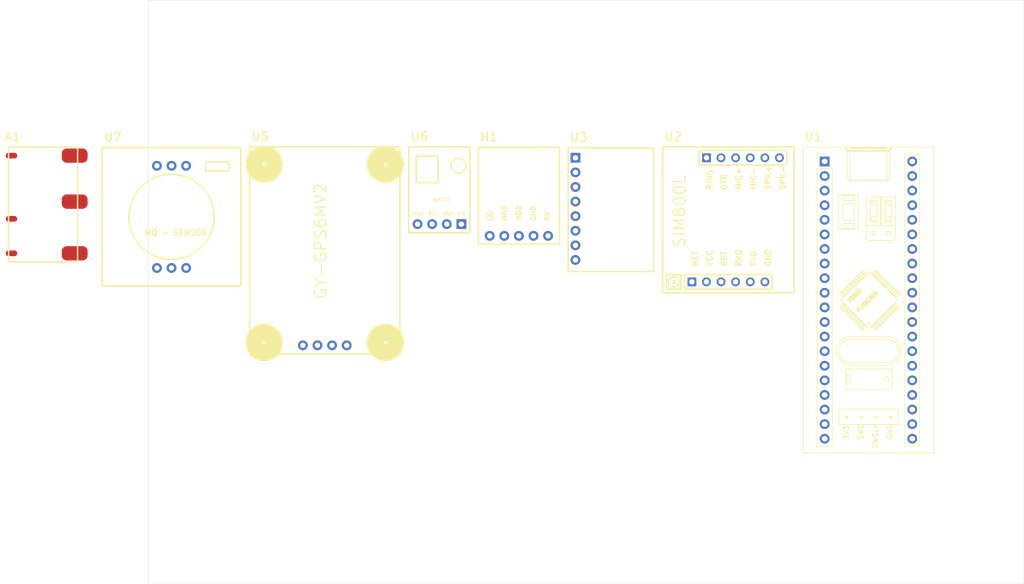
<source format=kicad_pcb>
(kicad_pcb (version 20221018) (generator pcbnew)
  (layers (0 "F.Cu" signal "Top Layer") (31 "B.Cu" signal "Bottom Layer") (34 "B.Paste" user "Bottom Paste") (35 "F.Paste" user "Top Paste") (36 "B.SilkS" user "Bottom Overlay") (37 "F.SilkS" user "Top Overlay") (38 "B.Mask" user "Bottom Solder") (39 "F.Mask" user "Top Solder") (44 "Edge.Cuts" user))
  (net 0 "")
  (footprint "super_met.PcbLib:MICS-6814" (layer "F.Cu") (at 136.8067 88.2396)
    (fp_text reference "H1" (at -6.9215 -9.3345 unlocked) (layer "F.SilkS") (effects (font (size 1.524 1.524) (thickness 0.254)) (justify left bottom)))
    (fp_text value "MICS-6814" hide)
    (fp_text user "NH3" (at -2 4.5 90 unlocked) (layer "F.SilkS") (effects (font (size 0.85001 0.85001) (thickness 0.2032)) (justify left bottom)))
    (fp_text user "NO2" (at 0.5 4.5 90 unlocked) (layer "F.SilkS") (effects (font (size 0.85001 0.85001) (thickness 0.2032)) (justify left bottom)))
    (fp_text user "GND" (at 3 4.5 90 unlocked) (layer "F.SilkS") (effects (font (size 0.85001 0.85001) (thickness 0.2032)) (justify left bottom)))
    (fp_text user "5V" (at 5.5 4.5 90 unlocked) (layer "F.SilkS") (effects (font (size 0.85001 0.85001) (thickness 0.2032)) (justify left bottom)))
    (fp_text user "CO" (at -4.5 4.5 90 unlocked) (layer "F.SilkS") (effects (font (size 0.85001 0.85001) (thickness 0.2032)) (justify left bottom)))
    (pad "1" thru_hole circle (at -5.08 6.98513) (size 1.7 1.7) (drill 0.92) (layers "*.Cu" "*.Mask"))
    (pad "2" thru_hole circle (at -2.54 6.98513) (size 1.7 1.7) (drill 0.92) (layers "*.Cu" "*.Mask"))
    (pad "3" thru_hole circle (at 0 6.98513) (size 1.7 1.7) (drill 0.92) (layers "*.Cu" "*.Mask"))
    (pad "4" thru_hole circle (at 2.54 6.98513) (size 1.7 1.7) (drill 0.92) (layers "*.Cu" "*.Mask"))
    (pad "5" thru_hole circle (at 5.08 6.98513) (size 1.7 1.7) (drill 0.92) (layers "*.Cu" "*.Mask"))
  )
  (footprint "super_met.PcbLib:AHT10 FOOT PRINT" (layer "F.Cu") (at 122.9637 87.2236)
    (fp_text reference "U6" (at -5.1943 -8.3693 unlocked) (layer "F.SilkS") (effects (font (size 1.524 1.524) (thickness 0.254)) (justify left bottom)))
    (fp_text value "AHT10 MODULE" hide)
    (fp_text user "VIN" (at 3 4.5 unlocked) (layer "F.SilkS") (effects (font (size 0.6 0.6) (thickness 0.11999)) (justify left bottom)))
    (fp_text user "AHT10" (at -1.12598 2.06798 unlocked) (layer "F.SilkS") (effects (font (size 0.6 0.6) (thickness 0.11999)) (justify left bottom)))
    (fp_text user "SDA" (at -4.5 4.5 unlocked) (layer "F.SilkS") (effects (font (size 0.6 0.6) (thickness 0.11999)) (justify left bottom)))
    (fp_text user "SCL" (at -2 4.5 unlocked) (layer "F.SilkS") (effects (font (size 0.6 0.6) (thickness 0.11999)) (justify left bottom)))
    (fp_text user "GND" (at 0.5 4.5 unlocked) (layer "F.SilkS") (effects (font (size 0.6 0.6) (thickness 0.11999)) (justify left bottom)))
    (pad "1" thru_hole circle (at -3.79298 5.95898) (size 1.7 1.7) (drill 0.92) (layers "*.Cu" "*.Mask"))
    (pad "2" thru_hole circle (at -1.25298 5.95898) (size 1.7 1.7) (drill 0.92) (layers "*.Cu" "*.Mask"))
    (pad "3" thru_hole circle (at 1.28702 5.95898) (size 1.7 1.7) (drill 0.92) (layers "*.Cu" "*.Mask"))
    (pad "4" thru_hole rect (at 3.82702 5.95898) (size 1.7 1.7) (drill 0.92) (layers "*.Cu" "*.Mask"))
  )
  (footprint "super_met.PcbLib:DC-DC" (layer "F.Cu") (at 54.0027 89.7636 90)
    (fp_text reference "A1" (at 10.8839 -6.8453 unlocked) (layer "F.SilkS") (effects (font (size 1.524 1.524) (thickness 0.254)) (justify left bottom)))
    (fp_text value "MP2225_DC_MOD" hide)
    (pad "1" smd roundrect (at -8.5 5.5 90) (size 2.5 4.5) (layers "F.Cu" "F.Paste" "F.Mask") (roundrect_rratio 0.35))
    (pad "2" smd roundrect (at 0.5 5.5 90) (size 2.5 4.5) (layers "F.Cu" "F.Paste" "F.Mask") (roundrect_rratio 0.35))
    (pad "3" smd roundrect (at 8.5 5.5 90) (size 2.5 4.5) (layers "F.Cu" "F.Paste" "F.Mask") (roundrect_rratio 0.35))
    (pad "4" smd oval (at 8.5 -5.5 90) (size 1 2) (layers "F.Cu" "F.Paste" "F.Mask"))
    (pad "5" smd oval (at -2.5 -5.5 90) (size 1 2) (layers "F.Cu" "F.Paste" "F.Mask"))
    (pad "6" smd oval (at -8.5 -5.5 90) (size 1 2) (layers "F.Cu" "F.Paste" "F.Mask"))
  )
  (footprint "super_met.PcbLib:SIM800L" (layer "F.Cu") (at 170.9697 92.4306 90)
    (fp_text reference "U2" (at 13.5763 -9.0043 unlocked) (layer "F.SilkS") (effects (font (size 1.524 1.524) (thickness 0.254)) (justify left bottom)))
    (fp_text value "SIM800L" hide)
    (fp_text user "MIC-" (at 5.08 7.23557 90 unlocked) (layer "F.SilkS") (effects (font (thickness 0.2032)) (justify left bottom)))
    (fp_text user "MIC+" (at 5.08 4.69557 90 unlocked) (layer "F.SilkS") (effects (font (thickness 0.2032)) (justify left bottom)))
    (fp_text user "DTR" (at 5.08 2.15557 90 unlocked) (layer "F.SilkS") (effects (font (thickness 0.2032)) (justify left bottom)))
    (fp_text user "SPK-" (at 5.08 12.31557 90 unlocked) (layer "F.SilkS") (effects (font (thickness 0.2032)) (justify left bottom)))
    (fp_text user "VCC" (at -8.255 -0.38443 90 unlocked) (layer "F.SilkS") (effects (font (thickness 0.2032)) (justify left bottom)))
    (fp_text user "NET" (at -8.255 -2.92443 90 unlocked) (layer "F.SilkS") (effects (font (thickness 0.2032)) (justify left bottom)))
    (fp_text user "RING" (at 5.08 -0.38443 90 unlocked) (layer "F.SilkS") (effects (font (thickness 0.2032)) (justify left bottom)))
    (fp_text user "SIM800L" (at -5 -5 90 unlocked) (layer "F.SilkS") (effects (font (size 2.032 2.032) (thickness 0.2032)) (justify left bottom)))
    (fp_text user "GND" (at -8.255 9.77557 90 unlocked) (layer "F.SilkS") (effects (font (thickness 0.2032)) (justify left bottom)))
    (fp_text user "TXD" (at -8.255 7.23557 90 unlocked) (layer "F.SilkS") (effects (font (thickness 0.2032)) (justify left bottom)))
    (fp_text user "RST" (at -8.255 2.15557 90 unlocked) (layer "F.SilkS") (effects (font (thickness 0.2032)) (justify left bottom)))
    (fp_text user "SPK+" (at 5.08 9.77557 90 unlocked) (layer "F.SilkS") (effects (font (thickness 0.2032)) (justify left bottom)))
    (fp_text user "RXD" (at -8.255 4.69557 90 unlocked) (layer "F.SilkS") (effects (font (thickness 0.2032)) (justify left bottom)))
    (pad "1" thru_hole rect (at -10.795 -4.05943 90) (size 1.524 1.524) (drill 0.9144) (layers "*.Cu" "*.Mask"))
    (pad "2" thru_hole circle (at -10.795 -1.51943 90) (size 1.524 1.524) (drill 0.9144) (layers "*.Cu" "*.Mask"))
    (pad "3" thru_hole circle (at -10.795 1.02057 90) (size 1.524 1.524) (drill 0.9144) (layers "*.Cu" "*.Mask"))
    (pad "4" thru_hole circle (at -10.795 3.56057 90) (size 1.524 1.524) (drill 0.9144) (layers "*.Cu" "*.Mask"))
    (pad "5" thru_hole circle (at -10.795 6.10057 90) (size 1.524 1.524) (drill 0.9144) (layers "*.Cu" "*.Mask"))
    (pad "6" thru_hole circle (at -10.795 8.64057 90) (size 1.524 1.524) (drill 0.9144) (layers "*.Cu" "*.Mask"))
    (pad "7" thru_hole circle (at 10.795 11.18057 90) (size 1.524 1.524) (drill 0.9144) (layers "*.Cu" "*.Mask"))
    (pad "8" thru_hole circle (at 10.795 8.64057 90) (size 1.524 1.524) (drill 0.9144) (layers "*.Cu" "*.Mask"))
    (pad "9" thru_hole circle (at 10.795 6.10057 90) (size 1.524 1.524) (drill 0.9144) (layers "*.Cu" "*.Mask"))
    (pad "10" thru_hole circle (at 10.795 3.56057 90) (size 1.524 1.524) (drill 0.9144) (layers "*.Cu" "*.Mask"))
    (pad "11" thru_hole circle (at 10.795 1.02057 90) (size 1.524 1.524) (drill 0.9144) (layers "*.Cu" "*.Mask"))
    (pad "12" thru_hole rect (at 10.795 -1.51943 90) (size 1.524 1.524) (drill 0.9144) (layers "*.Cu" "*.Mask"))
  )
  (footprint "super_met.PcbLib:TROYKA_GENERIC_MQ" (layer "F.Cu") (at 76.3547 91.9226)
    (fp_text reference "U7" (at -11.9253 -12.9667 unlocked) (layer "F.SilkS") (effects (font (size 1.524 1.524) (thickness 0.254)) (justify left bottom)))
    (fp_text value "TROYKA GENERIC MQ" hide)
    (fp_text user "MQ - SENSOR" (at -4.8006 3.3528 unlocked) (layer "F.SilkS") (effects (font (thickness 0.2032)) (justify left bottom)))
    (pad "1" thru_hole circle (at -2.54 8.89) (size 1.7 1.7) (drill 0.9144) (layers "*.Cu" "*.Mask"))
    (pad "2" thru_hole circle (at 0 8.89) (size 1.7 1.7) (drill 0.9144) (layers "*.Cu" "*.Mask"))
    (pad "3" thru_hole circle (at 2.54 8.89) (size 1.7 1.7) (drill 0.9144) (layers "*.Cu" "*.Mask"))
    (pad "4" thru_hole circle (at -2.54 -8.89) (size 1.7 1.7) (drill 0.9144) (layers "*.Cu" "*.Mask"))
    (pad "5" thru_hole circle (at 0 -8.89) (size 1.7 1.7) (drill 0.9144) (layers "*.Cu" "*.Mask"))
    (pad "6" thru_hole circle (at 2.54 -8.89) (size 1.7 1.7) (drill 0.9144) (layers "*.Cu" "*.Mask"))
  )
  (footprint "super_met.PcbLib:BLUEPILL" (layer "F.Cu") (at 197.6397 106.4006)
    (fp_text reference "U1" (at -11.3157 -27.5463 unlocked) (layer "F.SilkS") (effects (font (size 1.524 1.524) (thickness 0.254)) (justify left bottom)))
    (fp_text value "BLUEPILL" hide)
    (fp_text user "SWCLK" (at 1.71996 25.92984 90 unlocked) (layer "F.SilkS") (effects (font (size 0.89992 0.89992) (thickness 0.15011)) (justify left bottom)))
    (fp_text user "SWO" (at -0.82004 24.44801 90 unlocked) (layer "F.SilkS") (effects (font (size 0.89992 0.89992) (thickness 0.15011)) (justify left bottom)))
    (fp_text user "GND" (at 4.25996 24.44801 90 unlocked) (layer "F.SilkS") (effects (font (size 0.89992 0.89992) (thickness 0.15011)) (justify left bottom)))
    (fp_text user "3V3" (at -3.36004 24.44801 90 unlocked) (layer "F.SilkS") (effects (font (size 0.89992 0.89992) (thickness 0.15011)) (justify left bottom)))
    (pad "1" thru_hole rect (at -7.62 -24.13) (size 1.70002 1.70002) (drill oval 1 0.92) (layers "*.Cu" "*.Mask"))
    (pad "2" thru_hole circle (at -7.62 -21.59) (size 1.70002 1.70002) (drill oval 1 0.92) (layers "*.Cu" "*.Mask"))
    (pad "3" thru_hole circle (at -7.62 -19.05) (size 1.70002 1.70002) (drill oval 1 0.92) (layers "*.Cu" "*.Mask"))
    (pad "4" thru_hole circle (at -7.62 -16.51) (size 1.70002 1.70002) (drill oval 1 0.92) (layers "*.Cu" "*.Mask"))
    (pad "5" thru_hole circle (at -7.62 -13.97) (size 1.70002 1.70002) (drill oval 1 0.92) (layers "*.Cu" "*.Mask"))
    (pad "6" thru_hole circle (at -7.62 -11.43) (size 1.70002 1.70002) (drill oval 1 0.92) (layers "*.Cu" "*.Mask"))
    (pad "7" thru_hole circle (at -7.62 -8.89) (size 1.70002 1.70002) (drill oval 1 0.92) (layers "*.Cu" "*.Mask"))
    (pad "8" thru_hole circle (at -7.62 -6.35) (size 1.70002 1.70002) (drill oval 1 0.92) (layers "*.Cu" "*.Mask"))
    (pad "9" thru_hole circle (at -7.62 -3.81) (size 1.70002 1.70002) (drill oval 1 0.92) (layers "*.Cu" "*.Mask"))
    (pad "10" thru_hole circle (at -7.62 -1.27) (size 1.70002 1.70002) (drill oval 1 0.92) (layers "*.Cu" "*.Mask"))
    (pad "11" thru_hole circle (at -7.62 1.27) (size 1.70002 1.70002) (drill oval 1 0.92) (layers "*.Cu" "*.Mask"))
    (pad "12" thru_hole circle (at -7.62 3.81) (size 1.70002 1.70002) (drill oval 1 0.92) (layers "*.Cu" "*.Mask"))
    (pad "13" thru_hole circle (at -7.62 6.35) (size 1.70002 1.70002) (drill oval 1 0.92) (layers "*.Cu" "*.Mask"))
    (pad "14" thru_hole circle (at -7.62 8.89) (size 1.70002 1.70002) (drill oval 1 0.92) (layers "*.Cu" "*.Mask"))
    (pad "15" thru_hole circle (at -7.62 11.43) (size 1.70002 1.70002) (drill oval 1 0.92) (layers "*.Cu" "*.Mask"))
    (pad "16" thru_hole circle (at -7.62 13.97) (size 1.70002 1.70002) (drill oval 1 0.92) (layers "*.Cu" "*.Mask"))
    (pad "17" thru_hole circle (at -7.62 16.51) (size 1.70002 1.70002) (drill oval 1 0.92) (layers "*.Cu" "*.Mask"))
    (pad "18" thru_hole circle (at -7.62 19.05) (size 1.70002 1.70002) (drill oval 1 0.92) (layers "*.Cu" "*.Mask"))
    (pad "19" thru_hole circle (at -7.62 21.59) (size 1.70002 1.70002) (drill oval 1 0.92) (layers "*.Cu" "*.Mask"))
    (pad "20" thru_hole circle (at -7.62 24.13) (size 1.70002 1.70002) (drill oval 1 0.92) (layers "*.Cu" "*.Mask"))
    (pad "21" thru_hole circle (at 7.62 24.13) (size 1.70002 1.70002) (drill oval 1 0.92) (layers "*.Cu" "*.Mask"))
    (pad "22" thru_hole circle (at 7.62 21.59) (size 1.70002 1.70002) (drill oval 1 0.92) (layers "*.Cu" "*.Mask"))
    (pad "23" thru_hole circle (at 7.62 19.05) (size 1.70002 1.70002) (drill oval 1 0.92) (layers "*.Cu" "*.Mask"))
    (pad "24" thru_hole circle (at 7.62 16.51) (size 1.70002 1.70002) (drill oval 1 0.92) (layers "*.Cu" "*.Mask"))
    (pad "25" thru_hole circle (at 7.62 13.97) (size 1.70002 1.70002) (drill oval 1 0.92) (layers "*.Cu" "*.Mask"))
    (pad "26" thru_hole circle (at 7.62 11.43) (size 1.70002 1.70002) (drill oval 1 0.92) (layers "*.Cu" "*.Mask"))
    (pad "27" thru_hole circle (at 7.62 8.89) (size 1.70002 1.70002) (drill oval 1 0.92) (layers "*.Cu" "*.Mask"))
    (pad "28" thru_hole circle (at 7.62 6.35) (size 1.70002 1.70002) (drill oval 1 0.92) (layers "*.Cu" "*.Mask"))
    (pad "29" thru_hole circle (at 7.62 3.81) (size 1.70002 1.70002) (drill oval 1 0.92) (layers "*.Cu" "*.Mask"))
    (pad "30" thru_hole circle (at 7.62 1.27) (size 1.70002 1.70002) (drill oval 1 0.92) (layers "*.Cu" "*.Mask"))
    (pad "31" thru_hole circle (at 7.62 -1.27) (size 1.70002 1.70002) (drill oval 1 0.92) (layers "*.Cu" "*.Mask"))
    (pad "32" thru_hole circle (at 7.62 -3.81) (size 1.70002 1.70002) (drill oval 1 0.92) (layers "*.Cu" "*.Mask"))
    (pad "33" thru_hole circle (at 7.62 -6.35) (size 1.70002 1.70002) (drill oval 1 0.92) (layers "*.Cu" "*.Mask"))
    (pad "34" thru_hole circle (at 7.62 -8.89) (size 1.70002 1.70002) (drill oval 1 0.92) (layers "*.Cu" "*.Mask"))
    (pad "35" thru_hole circle (at 7.62 -11.43) (size 1.70002 1.70002) (drill oval 1 0.92) (layers "*.Cu" "*.Mask"))
    (pad "36" thru_hole circle (at 7.62 -13.97) (size 1.70002 1.70002) (drill oval 1 0.92) (layers "*.Cu" "*.Mask"))
    (pad "37" thru_hole circle (at 7.62 -16.51) (size 1.70002 1.70002) (drill oval 1 0.92) (layers "*.Cu" "*.Mask"))
    (pad "38" thru_hole circle (at 7.62 -19.05) (size 1.70002 1.70002) (drill oval 1 0.92) (layers "*.Cu" "*.Mask"))
    (pad "39" thru_hole circle (at 7.62 -21.59) (size 1.70002 1.70002) (drill oval 1 0.92) (layers "*.Cu" "*.Mask"))
    (pad "40" thru_hole circle (at 7.62 -24.13) (size 1.70002 1.70002) (drill oval 1 0.92) (layers "*.Cu" "*.Mask"))
  )
  (footprint "super_met.PcbLib:CCS811" (layer "F.Cu") (at 152.8087 90.6526 90)
    (fp_text reference "U3" (at 11.6967 -7.3025 unlocked) (layer "F.SilkS") (effects (font (size 1.524 1.524) (thickness 0.254)) (justify left bottom)))
    (fp_text value "CCS811" hide)
    (pad "1" thru_hole rect (at 9.017 -6.1595 90) (size 1.7 1.7) (drill 0.9144) (layers "*.Cu" "*.Mask"))
    (pad "2" thru_hole circle (at 6.477 -6.1595 90) (size 1.7 1.7) (drill 0.9144) (layers "*.Cu" "*.Mask"))
    (pad "3" thru_hole circle (at 3.937 -6.1595 90) (size 1.7 1.7) (drill 0.9144) (layers "*.Cu" "*.Mask"))
    (pad "4" thru_hole circle (at 1.397 -6.1595 90) (size 1.7 1.7) (drill 0.9144) (layers "*.Cu" "*.Mask"))
    (pad "5" thru_hole circle (at -1.143 -6.1595 90) (size 1.7 1.7) (drill 0.9144) (layers "*.Cu" "*.Mask"))
    (pad "6" thru_hole circle (at -3.683 -6.1595 90) (size 1.7 1.7) (drill 0.9144) (layers "*.Cu" "*.Mask"))
    (pad "7" np_thru_hole circle (at -8.5 5.5 90) (size 3 3) (drill 3) (layers "F&B.Cu" "*.Mask"))
    (pad "7" thru_hole circle (at -6.223 -6.1595 90) (size 1.7 1.7) (drill 0.9144) (layers "*.Cu" "*.Mask"))
    (pad "7" np_thru_hole circle (at 8.5 5.5 90) (size 3 3) (drill 3) (layers "F&B.Cu" "*.Mask"))
    (pad "8" thru_hole circle (at -8.763 -6.1595 90) (size 1.7 1.7) (drill 0.9144) (layers "*.Cu" "*.Mask"))
  )
  (footprint "super_met.PcbLib:GY-GPS6MV2" (layer "F.Cu") (at 103.0247 97.7646 90)
    (fp_text reference "U5" (at 18.9103 -12.9413 unlocked) (layer "F.SilkS") (effects (font (size 1.524 1.524) (thickness 0.254)) (justify left bottom)))
    (fp_text value "GY-GPS6MV2" hide)
    (fp_text user "GY-GPS6MV2" (at -8.636 0.47244 90 unlocked) (layer "F.SilkS") (effects (font (size 2.032 2.032) (thickness 0.2032)) (justify left bottom)))
    (pad "1" thru_hole circle (at -16.51 3.81 90) (size 1.7 1.7) (drill 0.92) (layers "*.Cu" "*.Mask"))
    (pad "2" thru_hole circle (at -16.51 1.27 90) (size 1.7 1.7) (drill 0.92) (layers "*.Cu" "*.Mask"))
    (pad "3" thru_hole circle (at -16.51 -1.27 90) (size 1.7 1.7) (drill 0.92) (layers "*.Cu" "*.Mask"))
    (pad "4" thru_hole circle (at -16.51 -3.81 90) (size 1.7 1.7) (drill 0.92) (layers "*.Cu" "*.Mask"))
  )
  (gr_line (start 224.7011 155.8036) (end 224.7011 54.2036) (stroke (width 0.05)) (layer "Edge.Cuts"))
  (gr_line (start 224.7011 54.2036) (end 72.3011 54.2036) (stroke (width 0.05)) (layer "Edge.Cuts"))
  (gr_line (start 72.3011 155.8036) (end 224.7011 155.8036) (stroke (width 0.05)) (layer "Edge.Cuts"))
  (gr_line (start 72.3011 54.2036) (end 72.3011 155.8036) (stroke (width 0.05)) (layer "Edge.Cuts"))
)
</source>
